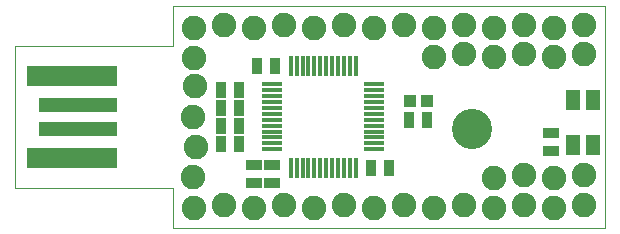
<source format=gts>
G04 (created by PCBNEW (2013-07-14 BZR 4242)-stable) date Sun 28 Jul 2013 01:40:19 AM CEST*
%MOIN*%
G04 Gerber Fmt 3.4, Leading zero omitted, Abs format*
%FSLAX34Y34*%
G01*
G70*
G90*
G04 APERTURE LIST*
%ADD10C,0.005906*%
%ADD11C,0.003900*%
%ADD12C,0.081800*%
%ADD13C,0.134200*%
%ADD14R,0.303000X0.066800*%
%ADD15R,0.263700X0.047100*%
%ADD16R,0.032800X0.052800*%
%ADD17R,0.052800X0.032800*%
%ADD18R,0.039200X0.039200*%
%ADD19R,0.066800X0.017600*%
%ADD20R,0.017600X0.066800*%
%ADD21R,0.051107X0.070792*%
G04 APERTURE END LIST*
G54D10*
G54D11*
X29700Y-16300D02*
X29700Y-23700D01*
X29700Y-23700D02*
X15300Y-23700D01*
X15300Y-17630D02*
X15300Y-16300D01*
X15300Y-22374D02*
X15300Y-23700D01*
X29700Y-23700D02*
X15300Y-23700D01*
X29700Y-16300D02*
X29700Y-23700D01*
X15300Y-16300D02*
X29700Y-16300D01*
X10039Y-17630D02*
X15300Y-17630D01*
X10039Y-22374D02*
X15300Y-22374D01*
X10039Y-17630D02*
X10039Y-22374D01*
G54D12*
X26000Y-22050D03*
X27000Y-21950D03*
X28000Y-22050D03*
X29000Y-21950D03*
X24000Y-18000D03*
X25000Y-17900D03*
X26000Y-18000D03*
X27000Y-17900D03*
X28000Y-18000D03*
X29000Y-17900D03*
G54D13*
X25255Y-20413D03*
G54D12*
X16000Y-17050D03*
X17000Y-16950D03*
X18000Y-17050D03*
X19000Y-16950D03*
X20000Y-17050D03*
X21000Y-16950D03*
X22000Y-17050D03*
X23000Y-16950D03*
X24000Y-17050D03*
X25000Y-16950D03*
X26000Y-17050D03*
X27000Y-16950D03*
X28000Y-17050D03*
X29000Y-16950D03*
X16000Y-23050D03*
X17000Y-22950D03*
X18000Y-23050D03*
X19000Y-22950D03*
X20000Y-23050D03*
X21000Y-22950D03*
X22000Y-23050D03*
X23000Y-22950D03*
X24000Y-23050D03*
X25000Y-22950D03*
X26000Y-23050D03*
X27000Y-22950D03*
X28000Y-23050D03*
X29000Y-22950D03*
G54D14*
X11930Y-21377D03*
X11930Y-18623D03*
G54D15*
X12126Y-20393D03*
X12126Y-19607D03*
G54D16*
X16900Y-19100D03*
X17500Y-19100D03*
X16900Y-19700D03*
X17500Y-19700D03*
X18700Y-18300D03*
X18100Y-18300D03*
X17500Y-20300D03*
X16900Y-20300D03*
X21900Y-21700D03*
X22500Y-21700D03*
G54D17*
X18000Y-21600D03*
X18000Y-22200D03*
X27900Y-21150D03*
X27900Y-20550D03*
G54D16*
X23744Y-20098D03*
X23144Y-20098D03*
G54D18*
X23179Y-19488D03*
X23769Y-19488D03*
G54D19*
X18608Y-18918D03*
X18608Y-19115D03*
X18608Y-19312D03*
X18608Y-19508D03*
X18608Y-19705D03*
X18608Y-19902D03*
X18608Y-20098D03*
X18608Y-20295D03*
X18608Y-20492D03*
X18608Y-20688D03*
X18608Y-20885D03*
X18608Y-21082D03*
G54D20*
X19218Y-21692D03*
X19415Y-21692D03*
X19612Y-21692D03*
X19808Y-21692D03*
X20005Y-21692D03*
X20202Y-21692D03*
X20398Y-21692D03*
X20595Y-21692D03*
X20792Y-21692D03*
X20988Y-21692D03*
X21185Y-21692D03*
X21382Y-21692D03*
G54D19*
X21992Y-21082D03*
X21992Y-20885D03*
X21992Y-20688D03*
X21992Y-20492D03*
X21992Y-20295D03*
X21992Y-20098D03*
X21992Y-19902D03*
X21992Y-19705D03*
X21992Y-19508D03*
X21992Y-19312D03*
X21992Y-19115D03*
X21992Y-18918D03*
G54D20*
X21382Y-18308D03*
X21185Y-18308D03*
X20988Y-18308D03*
X20792Y-18308D03*
X20595Y-18308D03*
X20398Y-18308D03*
X20202Y-18308D03*
X20005Y-18308D03*
X19808Y-18308D03*
X19612Y-18308D03*
X19415Y-18308D03*
X19218Y-18308D03*
G54D12*
X15950Y-22000D03*
X16050Y-21000D03*
X15950Y-20000D03*
X16015Y-18960D03*
X15985Y-18040D03*
G54D16*
X17500Y-20900D03*
X16900Y-20900D03*
G54D21*
X28615Y-20948D03*
X29284Y-20948D03*
X28615Y-19451D03*
X29285Y-19451D03*
G54D17*
X18600Y-22200D03*
X18600Y-21600D03*
M02*

</source>
